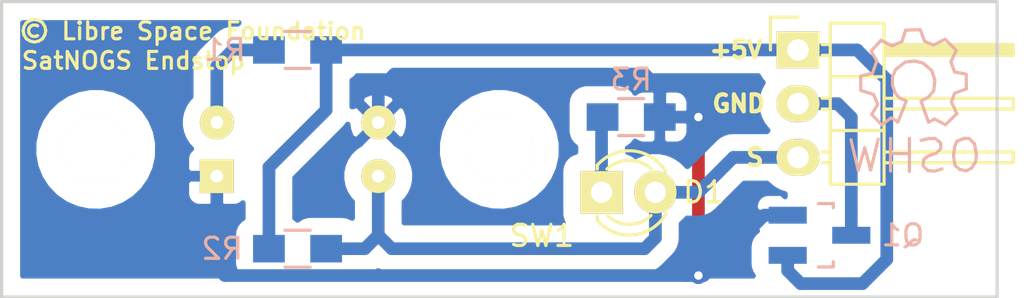
<source format=kicad_pcb>
(kicad_pcb (version 4) (host pcbnew 4.0.2-stable)

  (general
    (links 12)
    (no_connects 0)
    (area 132.004999 96.411 180.547001 114.606143)
    (thickness 1.6)
    (drawings 7)
    (tracks 47)
    (zones 0)
    (modules 8)
    (nets 7)
  )

  (page A4)
  (layers
    (0 F.Cu signal)
    (31 B.Cu signal)
    (32 B.Adhes user)
    (33 F.Adhes user)
    (34 B.Paste user)
    (35 F.Paste user)
    (36 B.SilkS user)
    (37 F.SilkS user)
    (38 B.Mask user)
    (39 F.Mask user)
    (40 Dwgs.User user)
    (41 Cmts.User user)
    (42 Eco1.User user)
    (43 Eco2.User user)
    (44 Edge.Cuts user)
    (45 Margin user)
    (46 B.CrtYd user)
    (47 F.CrtYd user)
    (48 B.Fab user)
    (49 F.Fab user)
  )

  (setup
    (last_trace_width 0.6)
    (trace_clearance 0.2)
    (zone_clearance 0.8)
    (zone_45_only yes)
    (trace_min 0.2)
    (segment_width 0.2)
    (edge_width 0.15)
    (via_size 0.8)
    (via_drill 0.4)
    (via_min_size 0.4)
    (via_min_drill 0.3)
    (blind_buried_vias_allowed yes)
    (uvia_size 0.3)
    (uvia_drill 0.1)
    (uvias_allowed yes)
    (uvia_min_size 0.2)
    (uvia_min_drill 0.1)
    (pcb_text_width 0.3)
    (pcb_text_size 1.5 1.5)
    (mod_edge_width 0.15)
    (mod_text_size 1 1)
    (mod_text_width 0.15)
    (pad_size 1.6 1.6)
    (pad_drill 0.6)
    (pad_to_mask_clearance 0.2)
    (aux_axis_origin 0 0)
    (visible_elements FFFFFF7F)
    (pcbplotparams
      (layerselection 0x01000_80000001)
      (usegerberextensions false)
      (excludeedgelayer true)
      (linewidth 0.100000)
      (plotframeref false)
      (viasonmask false)
      (mode 1)
      (useauxorigin true)
      (hpglpennumber 1)
      (hpglpenspeed 20)
      (hpglpendiameter 15)
      (hpglpenoverlay 2)
      (psnegative false)
      (psa4output false)
      (plotreference true)
      (plotvalue true)
      (plotinvisibletext false)
      (padsonsilk false)
      (subtractmaskfromsilk false)
      (outputformat 1)
      (mirror false)
      (drillshape 0)
      (scaleselection 1)
      (outputdirectory gerber/))
  )

  (net 0 "")
  (net 1 "Net-(D1-Pad1)")
  (net 2 GND)
  (net 3 +5V)
  (net 4 "Net-(R1-Pad2)")
  (net 5 /Signal)
  (net 6 "Net-(P1-Pad2)")

  (net_class Default "This is the default net class."
    (clearance 0.2)
    (trace_width 0.6)
    (via_dia 0.8)
    (via_drill 0.4)
    (uvia_dia 0.3)
    (uvia_drill 0.1)
    (add_net +5V)
    (add_net /Signal)
    (add_net GND)
    (add_net "Net-(D1-Pad1)")
    (add_net "Net-(P1-Pad2)")
    (add_net "Net-(R1-Pad2)")
  )

  (module Resistors_SMD:R_0805_HandSoldering (layer B.Cu) (tedit 55FC2EE1) (tstamp 55BE48CE)
    (at 161.798 103.886)
    (descr "Resistor SMD 0805, hand soldering")
    (tags "resistor 0805")
    (path /55BCD8ED)
    (attr smd)
    (fp_text reference R3 (at 0 -1.778) (layer B.SilkS)
      (effects (font (size 1 1) (thickness 0.15)) (justify mirror))
    )
    (fp_text value 1k (at 0 -2.1) (layer B.SilkS) hide
      (effects (font (size 1 1) (thickness 0.15)) (justify mirror))
    )
    (fp_line (start -2.4 1) (end 2.4 1) (layer B.CrtYd) (width 0.05))
    (fp_line (start -2.4 -1) (end 2.4 -1) (layer B.CrtYd) (width 0.05))
    (fp_line (start -2.4 1) (end -2.4 -1) (layer B.CrtYd) (width 0.05))
    (fp_line (start 2.4 1) (end 2.4 -1) (layer B.CrtYd) (width 0.05))
    (fp_line (start 0.6 -0.875) (end -0.6 -0.875) (layer B.SilkS) (width 0.15))
    (fp_line (start -0.6 0.875) (end 0.6 0.875) (layer B.SilkS) (width 0.15))
    (pad 1 smd rect (at -1.35 0) (size 1.5 1.3) (layers B.Cu B.Paste B.Mask)
      (net 1 "Net-(D1-Pad1)"))
    (pad 2 smd rect (at 1.35 0) (size 1.5 1.3) (layers B.Cu B.Paste B.Mask)
      (net 2 GND))
    (model Resistors_SMD.3dshapes/R_0805_HandSoldering.wrl
      (at (xyz 0 0 0))
      (scale (xyz 1 1 1))
      (rotate (xyz 0 0 0))
    )
  )

  (module LEDs:LED-3MM (layer F.Cu) (tedit 55FC2E94) (tstamp 55BE48B5)
    (at 160.401 107.442)
    (descr "LED 3mm round vertical")
    (tags "LED  3mm round vertical")
    (path /55BCD94A)
    (fp_text reference D1 (at 4.826 0) (layer F.SilkS)
      (effects (font (size 1 1) (thickness 0.15)))
    )
    (fp_text value LED (at 1.3 -2.9) (layer F.SilkS) hide
      (effects (font (size 1 1) (thickness 0.15)))
    )
    (fp_line (start -1.2 2.3) (end 3.8 2.3) (layer F.CrtYd) (width 0.05))
    (fp_line (start 3.8 2.3) (end 3.8 -2.2) (layer F.CrtYd) (width 0.05))
    (fp_line (start 3.8 -2.2) (end -1.2 -2.2) (layer F.CrtYd) (width 0.05))
    (fp_line (start -1.2 -2.2) (end -1.2 2.3) (layer F.CrtYd) (width 0.05))
    (fp_line (start -0.199 1.314) (end -0.199 1.114) (layer F.SilkS) (width 0.15))
    (fp_line (start -0.199 -1.28) (end -0.199 -1.1) (layer F.SilkS) (width 0.15))
    (fp_arc (start 1.301 0.034) (end -0.199 -1.286) (angle 108.5) (layer F.SilkS) (width 0.15))
    (fp_arc (start 1.301 0.034) (end 0.25 -1.1) (angle 85.7) (layer F.SilkS) (width 0.15))
    (fp_arc (start 1.311 0.034) (end 3.051 0.994) (angle 110) (layer F.SilkS) (width 0.15))
    (fp_arc (start 1.301 0.034) (end 2.335 1.094) (angle 87.5) (layer F.SilkS) (width 0.15))
    (fp_text user K (at -1.905 0.635) (layer F.SilkS) hide
      (effects (font (size 1 1) (thickness 0.15)))
    )
    (pad 1 thru_hole rect (at 0 0 90) (size 2 2) (drill 1.00076) (layers *.Cu *.Mask F.SilkS)
      (net 1 "Net-(D1-Pad1)"))
    (pad 2 thru_hole circle (at 2.54 0) (size 2 2) (drill 1.00076) (layers *.Cu *.Mask F.SilkS)
      (net 5 /Signal))
    (model LEDs.3dshapes/LED-3MM.wrl
      (at (xyz 0.05 0 0))
      (scale (xyz 1 1 1))
      (rotate (xyz 0 0 90))
    )
  )

  (module Pin_Headers:Pin_Header_Angled_1x03 (layer F.Cu) (tedit 56C590CD) (tstamp 55BE48BC)
    (at 169.672 100.711)
    (descr "Through hole pin header")
    (tags "pin header")
    (path /55BE41ED)
    (fp_text reference P1 (at -0.635 -2.54) (layer F.SilkS) hide
      (effects (font (size 1 1) (thickness 0.15)))
    )
    (fp_text value CONN_01X03 (at 4.445 -3.175) (layer F.SilkS) hide
      (effects (font (size 1 1) (thickness 0.15)))
    )
    (fp_line (start -1.5 -1.75) (end -1.5 6.85) (layer F.CrtYd) (width 0.05))
    (fp_line (start 10.65 -1.75) (end 10.65 6.85) (layer F.CrtYd) (width 0.05))
    (fp_line (start -1.5 -1.75) (end 10.65 -1.75) (layer F.CrtYd) (width 0.05))
    (fp_line (start -1.5 6.85) (end 10.65 6.85) (layer F.CrtYd) (width 0.05))
    (fp_line (start -1.3 -1.55) (end -1.3 0) (layer F.SilkS) (width 0.15))
    (fp_line (start 0 -1.55) (end -1.3 -1.55) (layer F.SilkS) (width 0.15))
    (fp_line (start 4.191 -0.127) (end 10.033 -0.127) (layer F.SilkS) (width 0.15))
    (fp_line (start 10.033 -0.127) (end 10.033 0.127) (layer F.SilkS) (width 0.15))
    (fp_line (start 10.033 0.127) (end 4.191 0.127) (layer F.SilkS) (width 0.15))
    (fp_line (start 4.191 0.127) (end 4.191 0) (layer F.SilkS) (width 0.15))
    (fp_line (start 4.191 0) (end 10.033 0) (layer F.SilkS) (width 0.15))
    (fp_line (start 1.524 -0.254) (end 1.143 -0.254) (layer F.SilkS) (width 0.15))
    (fp_line (start 1.524 0.254) (end 1.143 0.254) (layer F.SilkS) (width 0.15))
    (fp_line (start 1.524 2.286) (end 1.143 2.286) (layer F.SilkS) (width 0.15))
    (fp_line (start 1.524 2.794) (end 1.143 2.794) (layer F.SilkS) (width 0.15))
    (fp_line (start 1.524 4.826) (end 1.143 4.826) (layer F.SilkS) (width 0.15))
    (fp_line (start 1.524 5.334) (end 1.143 5.334) (layer F.SilkS) (width 0.15))
    (fp_line (start 4.064 1.27) (end 4.064 -1.27) (layer F.SilkS) (width 0.15))
    (fp_line (start 10.16 0.254) (end 4.064 0.254) (layer F.SilkS) (width 0.15))
    (fp_line (start 10.16 -0.254) (end 10.16 0.254) (layer F.SilkS) (width 0.15))
    (fp_line (start 4.064 -0.254) (end 10.16 -0.254) (layer F.SilkS) (width 0.15))
    (fp_line (start 1.524 1.27) (end 4.064 1.27) (layer F.SilkS) (width 0.15))
    (fp_line (start 1.524 -1.27) (end 1.524 1.27) (layer F.SilkS) (width 0.15))
    (fp_line (start 1.524 -1.27) (end 4.064 -1.27) (layer F.SilkS) (width 0.15))
    (fp_line (start 1.524 3.81) (end 4.064 3.81) (layer F.SilkS) (width 0.15))
    (fp_line (start 1.524 3.81) (end 1.524 6.35) (layer F.SilkS) (width 0.15))
    (fp_line (start 4.064 4.826) (end 10.16 4.826) (layer F.SilkS) (width 0.15))
    (fp_line (start 10.16 4.826) (end 10.16 5.334) (layer F.SilkS) (width 0.15))
    (fp_line (start 10.16 5.334) (end 4.064 5.334) (layer F.SilkS) (width 0.15))
    (fp_line (start 4.064 6.35) (end 4.064 3.81) (layer F.SilkS) (width 0.15))
    (fp_line (start 4.064 3.81) (end 4.064 1.27) (layer F.SilkS) (width 0.15))
    (fp_line (start 10.16 2.794) (end 4.064 2.794) (layer F.SilkS) (width 0.15))
    (fp_line (start 10.16 2.286) (end 10.16 2.794) (layer F.SilkS) (width 0.15))
    (fp_line (start 4.064 2.286) (end 10.16 2.286) (layer F.SilkS) (width 0.15))
    (fp_line (start 1.524 3.81) (end 4.064 3.81) (layer F.SilkS) (width 0.15))
    (fp_line (start 1.524 1.27) (end 1.524 3.81) (layer F.SilkS) (width 0.15))
    (fp_line (start 1.524 1.27) (end 4.064 1.27) (layer F.SilkS) (width 0.15))
    (fp_line (start 1.524 6.35) (end 4.064 6.35) (layer F.SilkS) (width 0.15))
    (pad 1 thru_hole rect (at 0 0) (size 2.032 1.7272) (drill 1.016) (layers *.Cu *.Mask F.SilkS)
      (net 3 +5V))
    (pad 2 thru_hole oval (at 0 2.54) (size 2.032 1.7272) (drill 1.016) (layers *.Cu *.Mask F.SilkS)
      (net 6 "Net-(P1-Pad2)"))
    (pad 3 thru_hole oval (at 0 5.08) (size 2.032 1.7272) (drill 1.016) (layers *.Cu *.Mask F.SilkS)
      (net 5 /Signal))
    (model Pin_Headers.3dshapes/Pin_Header_Angled_1x03.wrl
      (at (xyz 0 -0.1 0))
      (scale (xyz 1 1 1))
      (rotate (xyz 0 0 90))
    )
  )

  (module Resistors_SMD:R_0805_HandSoldering (layer B.Cu) (tedit 55FC2ED8) (tstamp 55BE48C2)
    (at 146.05 100.711 180)
    (descr "Resistor SMD 0805, hand soldering")
    (tags "resistor 0805")
    (path /55BCD813)
    (attr smd)
    (fp_text reference R1 (at 3.429 0 180) (layer B.SilkS)
      (effects (font (size 1 1) (thickness 0.15)) (justify mirror))
    )
    (fp_text value 180 (at 0 -2.1 180) (layer B.SilkS) hide
      (effects (font (size 1 1) (thickness 0.15)) (justify mirror))
    )
    (fp_line (start -2.4 1) (end 2.4 1) (layer B.CrtYd) (width 0.05))
    (fp_line (start -2.4 -1) (end 2.4 -1) (layer B.CrtYd) (width 0.05))
    (fp_line (start -2.4 1) (end -2.4 -1) (layer B.CrtYd) (width 0.05))
    (fp_line (start 2.4 1) (end 2.4 -1) (layer B.CrtYd) (width 0.05))
    (fp_line (start 0.6 -0.875) (end -0.6 -0.875) (layer B.SilkS) (width 0.15))
    (fp_line (start -0.6 0.875) (end 0.6 0.875) (layer B.SilkS) (width 0.15))
    (pad 1 smd rect (at -1.35 0 180) (size 1.5 1.3) (layers B.Cu B.Paste B.Mask)
      (net 3 +5V))
    (pad 2 smd rect (at 1.35 0 180) (size 1.5 1.3) (layers B.Cu B.Paste B.Mask)
      (net 4 "Net-(R1-Pad2)"))
    (model Resistors_SMD.3dshapes/R_0805_HandSoldering.wrl
      (at (xyz 0 0 0))
      (scale (xyz 1 1 1))
      (rotate (xyz 0 0 0))
    )
  )

  (module Resistors_SMD:R_0805_HandSoldering (layer B.Cu) (tedit 55FC2EDB) (tstamp 55BE48C8)
    (at 146.05 110.109)
    (descr "Resistor SMD 0805, hand soldering")
    (tags "resistor 0805")
    (path /55BCD89E)
    (attr smd)
    (fp_text reference R2 (at -3.556 0) (layer B.SilkS)
      (effects (font (size 1 1) (thickness 0.15)) (justify mirror))
    )
    (fp_text value 1k5 (at 0 -2.1) (layer B.SilkS) hide
      (effects (font (size 1 1) (thickness 0.15)) (justify mirror))
    )
    (fp_line (start -2.4 1) (end 2.4 1) (layer B.CrtYd) (width 0.05))
    (fp_line (start -2.4 -1) (end 2.4 -1) (layer B.CrtYd) (width 0.05))
    (fp_line (start -2.4 1) (end -2.4 -1) (layer B.CrtYd) (width 0.05))
    (fp_line (start 2.4 1) (end 2.4 -1) (layer B.CrtYd) (width 0.05))
    (fp_line (start 0.6 -0.875) (end -0.6 -0.875) (layer B.SilkS) (width 0.15))
    (fp_line (start -0.6 0.875) (end 0.6 0.875) (layer B.SilkS) (width 0.15))
    (pad 1 smd rect (at -1.35 0) (size 1.5 1.3) (layers B.Cu B.Paste B.Mask)
      (net 3 +5V))
    (pad 2 smd rect (at 1.35 0) (size 1.5 1.3) (layers B.Cu B.Paste B.Mask)
      (net 5 /Signal))
    (model Resistors_SMD.3dshapes/R_0805_HandSoldering.wrl
      (at (xyz 0 0 0))
      (scale (xyz 1 1 1))
      (rotate (xyz 0 0 0))
    )
  )

  (module Symbols:Symbol_OSHW-Logo_SilkScreen (layer B.Cu) (tedit 5703819E) (tstamp 55FC3003)
    (at 175.133 102.235 180)
    (descr "Symbol, OSHW-Logo, Silk Screen,")
    (tags "Symbol, OSHW-Logo, Silk Screen,")
    (fp_text reference "SatNOGS Endstop" (at 36.83 1.016 180) (layer F.SilkS)
      (effects (font (size 0.8 0.8) (thickness 0.15)))
    )
    (fp_text value "© Libre Space Foundation" (at 34.036 2.413 180) (layer F.SilkS)
      (effects (font (size 0.8 0.8) (thickness 0.15)))
    )
    (fp_line (start 1.66878 -2.68986) (end 2.02946 -4.16052) (layer B.SilkS) (width 0.15))
    (fp_line (start 2.02946 -4.16052) (end 2.30886 -3.0988) (layer B.SilkS) (width 0.15))
    (fp_line (start 2.30886 -3.0988) (end 2.61874 -4.17068) (layer B.SilkS) (width 0.15))
    (fp_line (start 2.61874 -4.17068) (end 2.9591 -2.72034) (layer B.SilkS) (width 0.15))
    (fp_line (start 0.24892 -3.38074) (end 1.03886 -3.37058) (layer B.SilkS) (width 0.15))
    (fp_line (start 1.03886 -3.37058) (end 1.04902 -3.38074) (layer B.SilkS) (width 0.15))
    (fp_line (start 1.04902 -3.38074) (end 1.04902 -3.37058) (layer B.SilkS) (width 0.15))
    (fp_line (start 1.08966 -2.65938) (end 1.08966 -4.20116) (layer B.SilkS) (width 0.15))
    (fp_line (start 0.20066 -2.64922) (end 0.20066 -4.21894) (layer B.SilkS) (width 0.15))
    (fp_line (start 0.20066 -4.21894) (end 0.21082 -4.20878) (layer B.SilkS) (width 0.15))
    (fp_line (start -0.35052 -2.75082) (end -0.70104 -2.66954) (layer B.SilkS) (width 0.15))
    (fp_line (start -0.70104 -2.66954) (end -1.02108 -2.65938) (layer B.SilkS) (width 0.15))
    (fp_line (start -1.02108 -2.65938) (end -1.25984 -2.86004) (layer B.SilkS) (width 0.15))
    (fp_line (start -1.25984 -2.86004) (end -1.29032 -3.12928) (layer B.SilkS) (width 0.15))
    (fp_line (start -1.29032 -3.12928) (end -1.04902 -3.37058) (layer B.SilkS) (width 0.15))
    (fp_line (start -1.04902 -3.37058) (end -0.6604 -3.50012) (layer B.SilkS) (width 0.15))
    (fp_line (start -0.6604 -3.50012) (end -0.48006 -3.66014) (layer B.SilkS) (width 0.15))
    (fp_line (start -0.48006 -3.66014) (end -0.43942 -3.95986) (layer B.SilkS) (width 0.15))
    (fp_line (start -0.43942 -3.95986) (end -0.67056 -4.18084) (layer B.SilkS) (width 0.15))
    (fp_line (start -0.67056 -4.18084) (end -0.9906 -4.20878) (layer B.SilkS) (width 0.15))
    (fp_line (start -0.9906 -4.20878) (end -1.34112 -4.09956) (layer B.SilkS) (width 0.15))
    (fp_line (start -2.37998 -2.64922) (end -2.6289 -2.66954) (layer B.SilkS) (width 0.15))
    (fp_line (start -2.6289 -2.66954) (end -2.8702 -2.91084) (layer B.SilkS) (width 0.15))
    (fp_line (start -2.8702 -2.91084) (end -2.9591 -3.40106) (layer B.SilkS) (width 0.15))
    (fp_line (start -2.9591 -3.40106) (end -2.93116 -3.74904) (layer B.SilkS) (width 0.15))
    (fp_line (start -2.93116 -3.74904) (end -2.7305 -4.06908) (layer B.SilkS) (width 0.15))
    (fp_line (start -2.7305 -4.06908) (end -2.47904 -4.191) (layer B.SilkS) (width 0.15))
    (fp_line (start -2.47904 -4.191) (end -2.16916 -4.11988) (layer B.SilkS) (width 0.15))
    (fp_line (start -2.16916 -4.11988) (end -1.95072 -3.93954) (layer B.SilkS) (width 0.15))
    (fp_line (start -1.95072 -3.93954) (end -1.8796 -3.4798) (layer B.SilkS) (width 0.15))
    (fp_line (start -1.8796 -3.4798) (end -1.9304 -3.07086) (layer B.SilkS) (width 0.15))
    (fp_line (start -1.9304 -3.07086) (end -2.03962 -2.78892) (layer B.SilkS) (width 0.15))
    (fp_line (start -2.03962 -2.78892) (end -2.4003 -2.65938) (layer B.SilkS) (width 0.15))
    (fp_line (start -1.78054 -0.92964) (end -2.03962 -1.49098) (layer B.SilkS) (width 0.15))
    (fp_line (start -2.03962 -1.49098) (end -1.50114 -2.00914) (layer B.SilkS) (width 0.15))
    (fp_line (start -1.50114 -2.00914) (end -0.98044 -1.7399) (layer B.SilkS) (width 0.15))
    (fp_line (start -0.98044 -1.7399) (end -0.70104 -1.89992) (layer B.SilkS) (width 0.15))
    (fp_line (start 0.73914 -1.8796) (end 1.06934 -1.6891) (layer B.SilkS) (width 0.15))
    (fp_line (start 1.06934 -1.6891) (end 1.50876 -2.0193) (layer B.SilkS) (width 0.15))
    (fp_line (start 1.50876 -2.0193) (end 1.9812 -1.52908) (layer B.SilkS) (width 0.15))
    (fp_line (start 1.9812 -1.52908) (end 1.69926 -1.04902) (layer B.SilkS) (width 0.15))
    (fp_line (start 1.69926 -1.04902) (end 1.88976 -0.57912) (layer B.SilkS) (width 0.15))
    (fp_line (start 1.88976 -0.57912) (end 2.49936 -0.39116) (layer B.SilkS) (width 0.15))
    (fp_line (start 2.49936 -0.39116) (end 2.49936 0.28956) (layer B.SilkS) (width 0.15))
    (fp_line (start 2.49936 0.28956) (end 1.94056 0.42926) (layer B.SilkS) (width 0.15))
    (fp_line (start 1.94056 0.42926) (end 1.7399 1.00076) (layer B.SilkS) (width 0.15))
    (fp_line (start 1.7399 1.00076) (end 2.00914 1.47066) (layer B.SilkS) (width 0.15))
    (fp_line (start 2.00914 1.47066) (end 1.53924 1.9812) (layer B.SilkS) (width 0.15))
    (fp_line (start 1.53924 1.9812) (end 1.02108 1.71958) (layer B.SilkS) (width 0.15))
    (fp_line (start 1.02108 1.71958) (end 0.55118 1.92024) (layer B.SilkS) (width 0.15))
    (fp_line (start 0.55118 1.92024) (end 0.381 2.46126) (layer B.SilkS) (width 0.15))
    (fp_line (start 0.381 2.46126) (end -0.30988 2.47904) (layer B.SilkS) (width 0.15))
    (fp_line (start -0.30988 2.47904) (end -0.5207 1.9304) (layer B.SilkS) (width 0.15))
    (fp_line (start -0.5207 1.9304) (end -0.9398 1.76022) (layer B.SilkS) (width 0.15))
    (fp_line (start -0.9398 1.76022) (end -1.49098 2.02946) (layer B.SilkS) (width 0.15))
    (fp_line (start -1.49098 2.02946) (end -2.00914 1.50114) (layer B.SilkS) (width 0.15))
    (fp_line (start -2.00914 1.50114) (end -1.76022 0.96012) (layer B.SilkS) (width 0.15))
    (fp_line (start -1.76022 0.96012) (end -1.9304 0.48006) (layer B.SilkS) (width 0.15))
    (fp_line (start -1.9304 0.48006) (end -2.47904 0.381) (layer B.SilkS) (width 0.15))
    (fp_line (start -2.47904 0.381) (end -2.4892 -0.32004) (layer B.SilkS) (width 0.15))
    (fp_line (start -2.4892 -0.32004) (end -1.9304 -0.5207) (layer B.SilkS) (width 0.15))
    (fp_line (start -1.9304 -0.5207) (end -1.7907 -0.91948) (layer B.SilkS) (width 0.15))
    (fp_line (start 0.35052 -0.89916) (end 0.65024 -0.7493) (layer B.SilkS) (width 0.15))
    (fp_line (start 0.65024 -0.7493) (end 0.8509 -0.55118) (layer B.SilkS) (width 0.15))
    (fp_line (start 0.8509 -0.55118) (end 1.00076 -0.14986) (layer B.SilkS) (width 0.15))
    (fp_line (start 1.00076 -0.14986) (end 1.00076 0.24892) (layer B.SilkS) (width 0.15))
    (fp_line (start 1.00076 0.24892) (end 0.8509 0.59944) (layer B.SilkS) (width 0.15))
    (fp_line (start 0.8509 0.59944) (end 0.39878 0.94996) (layer B.SilkS) (width 0.15))
    (fp_line (start 0.39878 0.94996) (end -0.0508 1.00076) (layer B.SilkS) (width 0.15))
    (fp_line (start -0.0508 1.00076) (end -0.44958 0.89916) (layer B.SilkS) (width 0.15))
    (fp_line (start -0.44958 0.89916) (end -0.8509 0.55118) (layer B.SilkS) (width 0.15))
    (fp_line (start -0.8509 0.55118) (end -1.00076 0.09906) (layer B.SilkS) (width 0.15))
    (fp_line (start -1.00076 0.09906) (end -0.94996 -0.39878) (layer B.SilkS) (width 0.15))
    (fp_line (start -0.94996 -0.39878) (end -0.70104 -0.70104) (layer B.SilkS) (width 0.15))
    (fp_line (start -0.70104 -0.70104) (end -0.35052 -0.89916) (layer B.SilkS) (width 0.15))
    (fp_line (start -0.35052 -0.89916) (end -0.70104 -1.89992) (layer B.SilkS) (width 0.15))
    (fp_line (start 0.35052 -0.89916) (end 0.7493 -1.89992) (layer B.SilkS) (width 0.15))
  )

  (module TO_SOT_Packages_SMD:SOT-23_Handsoldering (layer B.Cu) (tedit 57037EF0) (tstamp 57037C5D)
    (at 170.688 109.474 90)
    (descr "SOT-23, Handsoldering")
    (tags SOT-23)
    (path /5703748F)
    (attr smd)
    (fp_text reference Q1 (at 0 3.937 360) (layer B.SilkS)
      (effects (font (size 1 1) (thickness 0.15)) (justify mirror))
    )
    (fp_text value Q_NMOS_GSD (at 0 -3.81 90) (layer B.Fab) hide
      (effects (font (size 1 1) (thickness 0.15)) (justify mirror))
    )
    (fp_line (start -1.49982 -0.0508) (end -1.49982 0.65024) (layer B.SilkS) (width 0.15))
    (fp_line (start -1.49982 0.65024) (end -1.2509 0.65024) (layer B.SilkS) (width 0.15))
    (fp_line (start 1.29916 0.65024) (end 1.49982 0.65024) (layer B.SilkS) (width 0.15))
    (fp_line (start 1.49982 0.65024) (end 1.49982 -0.0508) (layer B.SilkS) (width 0.15))
    (pad 1 smd rect (at -0.95 -1.50114 90) (size 0.8001 1.80086) (layers B.Cu B.Paste B.Mask)
      (net 3 +5V))
    (pad 2 smd rect (at 0.95 -1.50114 90) (size 0.8001 1.80086) (layers B.Cu B.Paste B.Mask)
      (net 2 GND))
    (pad 3 smd rect (at 0 1.50114 90) (size 0.8001 1.80086) (layers B.Cu B.Paste B.Mask)
      (net 6 "Net-(P1-Pad2)"))
    (model TO_SOT_Packages_SMD.3dshapes/SOT-23_Handsoldering.wrl
      (at (xyz 0 0 0))
      (scale (xyz 1 1 1))
      (rotate (xyz 0 0 0))
    )
  )

  (module satnogs:TCST2103 (layer F.Cu) (tedit 57082576) (tstamp 55BE48D6)
    (at 146.05 105.41)
    (path /55BCD149)
    (fp_text reference SW1 (at 11.53 4.09) (layer F.SilkS)
      (effects (font (size 1 1) (thickness 0.15)))
    )
    (fp_text value TCST2103 (at -8.89 -5.08) (layer F.Fab) hide
      (effects (font (size 1 1) (thickness 0.15)))
    )
    (fp_circle (center -9.525 0) (end -11.175 0) (layer Dwgs.User) (width 0.15))
    (fp_circle (center 9.525 0) (end 11.175 0) (layer Dwgs.User) (width 0.15))
    (fp_line (start -1.5875 -3.1115) (end -1.5875 3.175) (layer F.CrtYd) (width 0.15))
    (fp_line (start 1.5875 -3.1115) (end 1.5875 3.175) (layer F.CrtYd) (width 0.15))
    (fp_line (start -5.969 -3.1115) (end -5.969 3.175) (layer F.CrtYd) (width 0.15))
    (fp_line (start 5.969 0) (end 5.969 3.175) (layer F.CrtYd) (width 0.15))
    (fp_line (start 5.969 0) (end 5.969 -3.1115) (layer F.CrtYd) (width 0.15))
    (fp_line (start -12.7 -3.175) (end -12.7 3.175) (layer F.CrtYd) (width 0.15))
    (fp_line (start 12.7 -3.175) (end 12.7 3.175) (layer F.CrtYd) (width 0.15))
    (fp_line (start 12.7 3.175) (end -12.7 3.175) (layer F.CrtYd) (width 0.15))
    (fp_line (start -12.7 -3.175) (end 12.7 -3.175) (layer F.CrtYd) (width 0.15))
    (pad 1 thru_hole circle (at -3.81 -1.27) (size 1.6 1.6) (drill 0.6) (layers *.Cu *.Mask F.SilkS)
      (net 4 "Net-(R1-Pad2)"))
    (pad 2 thru_hole rect (at -3.81 1.27) (size 1.6 1.6) (drill 0.6) (layers *.Cu *.Mask F.SilkS)
      (net 2 GND))
    (pad 3 thru_hole circle (at 3.81 1.27) (size 1.6 1.6) (drill 0.6) (layers *.Cu *.Mask F.SilkS)
      (net 5 /Signal))
    (pad 4 thru_hole circle (at 3.81 -1.27) (size 1.6 1.6) (drill 0.6) (layers *.Cu *.Mask F.SilkS)
      (net 2 GND))
    (pad "" np_thru_hole circle (at 9.525 0) (size 3.2 3.2) (drill 3.2) (layers *.Cu *.Mask F.SilkS))
    (pad "" np_thru_hole circle (at -9.525 0) (size 3.2 3.2) (drill 3.2) (layers *.Cu *.Mask F.SilkS))
    (model ../../../../../home/azisi/Documents/SatNOGS/satnogs-rotator-controller/PCB/library/satnogs.3dshapes/TCST2103.wrl
      (at (xyz 0 0 0))
      (scale (xyz 0.3937 0.3937 0.3937))
      (rotate (xyz 0 0 0))
    )
  )

  (gr_text "GND\n" (at 166.878 103.251) (layer F.SilkS)
    (effects (font (size 0.8 0.8) (thickness 0.2)))
  )
  (gr_text S (at 167.64 105.791) (layer F.SilkS)
    (effects (font (size 0.8 0.8) (thickness 0.2)))
  )
  (gr_text +5V (at 166.751 100.711) (layer F.SilkS)
    (effects (font (size 0.8 0.8) (thickness 0.2)))
  )
  (gr_line (start 179.07 98.425) (end 132.08 98.425) (angle 90) (layer Edge.Cuts) (width 0.15))
  (gr_line (start 179.07 112.395) (end 179.07 98.425) (angle 90) (layer Edge.Cuts) (width 0.15))
  (gr_line (start 132.08 112.395) (end 179.07 112.395) (angle 90) (layer Edge.Cuts) (width 0.15))
  (gr_line (start 132.08 98.425) (end 132.08 112.395) (angle 90) (layer Edge.Cuts) (width 0.15))

  (segment (start 160.401 107.442) (end 160.401 103.933) (width 0.6) (layer B.Cu) (net 1))
  (segment (start 160.401 103.933) (end 160.448 103.886) (width 0.6) (layer B.Cu) (net 1))
  (segment (start 169.18686 108.524) (end 168.082 108.524) (width 0.6) (layer B.Cu) (net 2))
  (segment (start 165.226996 111.379004) (end 164.973 111.379004) (width 0.6) (layer B.Cu) (net 2))
  (segment (start 168.082 108.524) (end 165.226996 111.379004) (width 0.6) (layer B.Cu) (net 2))
  (segment (start 164.407315 111.379004) (end 164.973 111.379004) (width 0.6) (layer B.Cu) (net 2))
  (segment (start 142.621004 111.379004) (end 164.407315 111.379004) (width 0.6) (layer B.Cu) (net 2))
  (segment (start 142.24 106.68) (end 142.24 110.998) (width 0.6) (layer B.Cu) (net 2))
  (via (at 164.973 111.379004) (size 0.8) (drill 0.4) (layers F.Cu B.Cu) (net 2))
  (segment (start 142.24 110.998) (end 142.621004 111.379004) (width 0.6) (layer B.Cu) (net 2))
  (segment (start 164.973 103.886) (end 164.973 111.379004) (width 0.6) (layer F.Cu) (net 2))
  (segment (start 164.498 103.886) (end 164.973 103.886) (width 0.6) (layer B.Cu) (net 2))
  (via (at 164.973 103.886) (size 0.8) (drill 0.4) (layers F.Cu B.Cu) (net 2))
  (segment (start 163.148 103.886) (end 164.498 103.886) (width 0.6) (layer B.Cu) (net 2))
  (segment (start 149.86 104.14) (end 149.86 102.616) (width 0.6) (layer B.Cu) (net 2))
  (segment (start 149.86 102.616) (end 150.622 101.854) (width 0.6) (layer B.Cu) (net 2))
  (segment (start 150.622 101.854) (end 162.433 101.854) (width 0.6) (layer B.Cu) (net 2))
  (segment (start 162.433 101.854) (end 163.148 102.569) (width 0.6) (layer B.Cu) (net 2))
  (segment (start 163.148 102.569) (end 163.148 103.886) (width 0.6) (layer B.Cu) (net 2))
  (segment (start 147.4 100.711) (end 169.672 100.711) (width 0.6) (layer B.Cu) (net 3))
  (segment (start 172.466 100.711) (end 169.672 100.711) (width 0.6) (layer B.Cu) (net 3))
  (segment (start 169.18686 110.424) (end 169.18686 111.14786) (width 0.6) (layer B.Cu) (net 3))
  (segment (start 169.18686 111.14786) (end 169.799 111.76) (width 0.6) (layer B.Cu) (net 3))
  (segment (start 169.799 111.76) (end 172.72 111.76) (width 0.6) (layer B.Cu) (net 3))
  (segment (start 172.72 111.76) (end 173.863 110.617) (width 0.6) (layer B.Cu) (net 3))
  (segment (start 173.863 102.108) (end 172.466 100.711) (width 0.6) (layer B.Cu) (net 3))
  (segment (start 173.863 110.617) (end 173.863 102.108) (width 0.6) (layer B.Cu) (net 3))
  (segment (start 144.7 110.109) (end 144.7 106.252) (width 0.6) (layer B.Cu) (net 3))
  (segment (start 144.7 106.252) (end 147.4 103.552) (width 0.6) (layer B.Cu) (net 3))
  (segment (start 147.4 103.552) (end 147.4 100.711) (width 0.6) (layer B.Cu) (net 3))
  (segment (start 142.24 101.473) (end 143.002 100.711) (width 0.6) (layer B.Cu) (net 4))
  (segment (start 143.002 100.711) (end 144.7 100.711) (width 0.6) (layer B.Cu) (net 4))
  (segment (start 142.24 104.14) (end 142.24 101.473) (width 0.6) (layer B.Cu) (net 4))
  (segment (start 149.86 109.474) (end 150.495 110.109) (width 0.6) (layer B.Cu) (net 5))
  (segment (start 150.495 110.109) (end 162.433 110.109) (width 0.6) (layer B.Cu) (net 5))
  (segment (start 162.433 110.109) (end 162.941 109.601) (width 0.6) (layer B.Cu) (net 5))
  (segment (start 162.941 109.601) (end 162.941 107.442) (width 0.6) (layer B.Cu) (net 5))
  (segment (start 166.624 105.791) (end 169.672 105.791) (width 0.6) (layer B.Cu) (net 5))
  (segment (start 166.624 105.791) (end 164.973 107.442) (width 0.6) (layer B.Cu) (net 5))
  (segment (start 164.973 107.442) (end 162.941 107.442) (width 0.6) (layer B.Cu) (net 5))
  (segment (start 149.86 106.68) (end 149.86 109.474) (width 0.6) (layer B.Cu) (net 5))
  (segment (start 149.86 109.474) (end 149.225 110.109) (width 0.6) (layer B.Cu) (net 5))
  (segment (start 149.225 110.109) (end 147.4 110.109) (width 0.6) (layer B.Cu) (net 5))
  (segment (start 169.672 103.251) (end 171.542 103.251) (width 0.6) (layer B.Cu) (net 6))
  (segment (start 171.542 103.251) (end 172.18914 103.89814) (width 0.6) (layer B.Cu) (net 6))
  (segment (start 172.18914 103.89814) (end 172.18914 108.47395) (width 0.6) (layer B.Cu) (net 6))
  (segment (start 172.18914 108.47395) (end 172.18914 109.474) (width 0.6) (layer B.Cu) (net 6))

  (zone (net 2) (net_name GND) (layer B.Cu) (tstamp 55F2973E) (hatch edge 0.508)
    (connect_pads (clearance 0.8))
    (min_thickness 0.254)
    (fill yes (arc_segments 32) (thermal_gap 0.508) (thermal_bridge_width 0.508) (smoothing chamfer) (radius 1))
    (polygon
      (pts
        (xy 179.07 112.395) (xy 132.08 112.395) (xy 132.08 98.425) (xy 179.07 98.425) (xy 179.07 112.395)
      )
    )
    (filled_polygon
      (pts
        (xy 143.230044 99.484) (xy 143.002 99.484) (xy 142.889224 99.495058) (xy 142.776292 99.504938) (xy 142.770095 99.506738)
        (xy 142.763674 99.507368) (xy 142.655168 99.540128) (xy 142.546332 99.571748) (xy 142.540604 99.574717) (xy 142.534427 99.576582)
        (xy 142.434377 99.62978) (xy 142.333728 99.681951) (xy 142.328683 99.685979) (xy 142.322989 99.689006) (xy 142.2352 99.760605)
        (xy 142.146579 99.83135) (xy 142.137596 99.840209) (xy 142.137414 99.840357) (xy 142.137275 99.840525) (xy 142.13438 99.84338)
        (xy 141.37238 100.60538) (xy 141.300458 100.692939) (xy 141.227586 100.779785) (xy 141.224476 100.785441) (xy 141.220382 100.790426)
        (xy 141.166824 100.89031) (xy 141.112221 100.989633) (xy 141.110271 100.995782) (xy 141.107221 101.001469) (xy 141.074088 101.109843)
        (xy 141.039813 101.217892) (xy 141.039093 101.224307) (xy 141.037208 101.230474) (xy 141.025758 101.343197) (xy 141.01312 101.455868)
        (xy 141.013032 101.468484) (xy 141.013008 101.468717) (xy 141.013028 101.468934) (xy 141.013 101.473) (xy 141.013 102.924296)
        (xy 140.91064 103.024535) (xy 140.719296 103.303986) (xy 140.585875 103.615281) (xy 140.515459 103.946562) (xy 140.51073 104.285211)
        (xy 140.571869 104.618329) (xy 140.696546 104.933228) (xy 140.880013 105.217913) (xy 141.039988 105.383571) (xy 141.035211 105.386763)
        (xy 140.946763 105.475211) (xy 140.87727 105.579215) (xy 140.829403 105.694777) (xy 140.805 105.817458) (xy 140.805 106.39425)
        (xy 140.96375 106.553) (xy 142.113 106.553) (xy 142.113 106.533) (xy 142.367 106.533) (xy 142.367 106.553)
        (xy 142.387 106.553) (xy 142.387 106.807) (xy 142.367 106.807) (xy 142.367 107.95625) (xy 142.52575 108.115)
        (xy 143.102542 108.115) (xy 143.225223 108.090597) (xy 143.340785 108.04273) (xy 143.444789 107.973237) (xy 143.473 107.945026)
        (xy 143.473 108.668881) (xy 143.33313 108.761049) (xy 143.163108 108.960537) (xy 143.055393 109.199494) (xy 143.018515 109.459)
        (xy 143.018515 110.759) (xy 143.030287 110.906621) (xy 143.107825 111.157003) (xy 143.252049 111.37587) (xy 143.272148 111.393)
        (xy 133.082 111.393) (xy 133.082 105.65611) (xy 133.594152 105.65611) (xy 133.697773 106.220694) (xy 133.909081 106.7544)
        (xy 134.22003 107.236897) (xy 134.618774 107.649808) (xy 135.090125 107.977406) (xy 135.616131 108.207212) (xy 136.176755 108.330473)
        (xy 136.750643 108.342495) (xy 137.315937 108.242818) (xy 137.851104 108.03524) (xy 138.335761 107.727668) (xy 138.751446 107.331817)
        (xy 139.009677 106.96575) (xy 140.805 106.96575) (xy 140.805 107.542542) (xy 140.829403 107.665223) (xy 140.87727 107.780785)
        (xy 140.946763 107.884789) (xy 141.035211 107.973237) (xy 141.139215 108.04273) (xy 141.254777 108.090597) (xy 141.377458 108.115)
        (xy 141.95425 108.115) (xy 142.113 107.95625) (xy 142.113 106.807) (xy 140.96375 106.807) (xy 140.805 106.96575)
        (xy 139.009677 106.96575) (xy 139.082326 106.862764) (xy 139.315799 106.338375) (xy 139.442971 105.778625) (xy 139.452126 105.122993)
        (xy 139.340633 104.55991) (xy 139.121893 104.029208) (xy 138.804238 103.551099) (xy 138.399768 103.143795) (xy 137.923888 102.82281)
        (xy 137.394726 102.600371) (xy 136.832435 102.484949) (xy 136.258435 102.480942) (xy 135.694588 102.588501) (xy 135.162371 102.803531)
        (xy 134.682056 103.11784) (xy 134.271938 103.519457) (xy 133.947639 103.993084) (xy 133.721511 104.520681) (xy 133.602167 105.082152)
        (xy 133.594152 105.65611) (xy 133.082 105.65611) (xy 133.082 99.427) (xy 143.278625 99.427)
      )
    )
    (filled_polygon
      (pts
        (xy 168.230864 107.043817) (xy 168.498569 107.268448) (xy 168.804807 107.436804) (xy 169.059858 107.517711) (xy 169.059858 107.647698)
        (xy 168.90111 107.48895) (xy 168.223888 107.48895) (xy 168.101207 107.513353) (xy 167.985645 107.56122) (xy 167.881641 107.630713)
        (xy 167.793193 107.719161) (xy 167.7237 107.823165) (xy 167.675833 107.938727) (xy 167.65143 108.061408) (xy 167.65143 108.23825)
        (xy 167.81018 108.397) (xy 169.05986 108.397) (xy 169.05986 108.377) (xy 169.31386 108.377) (xy 169.31386 108.397)
        (xy 169.33386 108.397) (xy 169.33386 108.651) (xy 169.31386 108.651) (xy 169.31386 108.671) (xy 169.05986 108.671)
        (xy 169.05986 108.651) (xy 167.81018 108.651) (xy 167.65143 108.80975) (xy 167.65143 108.986592) (xy 167.675833 109.109273)
        (xy 167.7237 109.224835) (xy 167.754081 109.270303) (xy 167.66956 109.325999) (xy 167.499538 109.525487) (xy 167.391823 109.764444)
        (xy 167.354945 110.02395) (xy 167.354945 110.82405) (xy 167.366717 110.971671) (xy 167.444255 111.222053) (xy 167.556902 111.393)
        (xy 148.821375 111.393) (xy 148.869956 111.336) (xy 149.225 111.336) (xy 149.337776 111.324942) (xy 149.450708 111.315062)
        (xy 149.456905 111.313262) (xy 149.463326 111.312632) (xy 149.571832 111.279872) (xy 149.680668 111.248252) (xy 149.686396 111.245283)
        (xy 149.692573 111.243418) (xy 149.792623 111.19022) (xy 149.861107 111.154722) (xy 149.91233 111.182187) (xy 150.011633 111.236779)
        (xy 150.017784 111.23873) (xy 150.02347 111.241779) (xy 150.131817 111.274904) (xy 150.239892 111.309187) (xy 150.246308 111.309907)
        (xy 150.252475 111.311792) (xy 150.365192 111.323242) (xy 150.477868 111.33588) (xy 150.490484 111.335968) (xy 150.490717 111.335992)
        (xy 150.490934 111.335972) (xy 150.495 111.336) (xy 162.433 111.336) (xy 162.545776 111.324942) (xy 162.658708 111.315062)
        (xy 162.664905 111.313262) (xy 162.671326 111.312632) (xy 162.779832 111.279872) (xy 162.888668 111.248252) (xy 162.894396 111.245283)
        (xy 162.900573 111.243418) (xy 163.000623 111.19022) (xy 163.101272 111.138049) (xy 163.106317 111.134021) (xy 163.112011 111.130994)
        (xy 163.19983 111.059371) (xy 163.288421 110.988649) (xy 163.297403 110.979793) (xy 163.297586 110.979643) (xy 163.297726 110.979473)
        (xy 163.30062 110.97662) (xy 163.80862 110.46862) (xy 163.88056 110.381039) (xy 163.953414 110.294215) (xy 163.956522 110.288561)
        (xy 163.960618 110.283575) (xy 164.014168 110.183704) (xy 164.068779 110.084367) (xy 164.070731 110.078214) (xy 164.073778 110.072531)
        (xy 164.106897 109.964202) (xy 164.141187 109.856108) (xy 164.141907 109.849693) (xy 164.143792 109.843526) (xy 164.155244 109.730785)
        (xy 164.16788 109.618132) (xy 164.167968 109.605516) (xy 164.167992 109.605283) (xy 164.167972 109.605066) (xy 164.168 109.601)
        (xy 164.168 108.934628) (xy 164.406788 108.707234) (xy 164.433759 108.669) (xy 164.973 108.669) (xy 165.085776 108.657942)
        (xy 165.198708 108.648062) (xy 165.204905 108.646262) (xy 165.211326 108.645632) (xy 165.319832 108.612872) (xy 165.428668 108.581252)
        (xy 165.434396 108.578283) (xy 165.440573 108.576418) (xy 165.540623 108.52322) (xy 165.641272 108.471049) (xy 165.646317 108.467021)
        (xy 165.652011 108.463994) (xy 165.73983 108.392371) (xy 165.828421 108.321649) (xy 165.837403 108.312793) (xy 165.837586 108.312643)
        (xy 165.837726 108.312473) (xy 165.84062 108.30962) (xy 167.13224 107.018) (xy 168.210107 107.018)
      )
    )
    (filled_polygon
      (pts
        (xy 167.813825 101.972603) (xy 167.958049 102.19147) (xy 168.025996 102.24938) (xy 168.025724 102.249709) (xy 167.859511 102.557115)
        (xy 167.756172 102.89095) (xy 167.719643 103.238499) (xy 167.751315 103.586525) (xy 167.849984 103.921771) (xy 168.011889 104.231467)
        (xy 168.230864 104.503817) (xy 168.249595 104.519534) (xy 168.248481 104.520443) (xy 168.212447 104.564) (xy 166.624 104.564)
        (xy 166.51122 104.575058) (xy 166.398293 104.584938) (xy 166.392096 104.586738) (xy 166.385674 104.587368) (xy 166.277202 104.620118)
        (xy 166.168332 104.651747) (xy 166.1626 104.654718) (xy 166.156427 104.656582) (xy 166.056392 104.709772) (xy 165.955729 104.761951)
        (xy 165.950686 104.765977) (xy 165.944989 104.769006) (xy 165.857178 104.840622) (xy 165.768579 104.91135) (xy 165.759596 104.920209)
        (xy 165.759414 104.920357) (xy 165.759275 104.920525) (xy 165.75638 104.92338) (xy 164.46476 106.215) (xy 164.43838 106.215)
        (xy 164.175259 105.950037) (xy 163.861963 105.738715) (xy 163.513587 105.592272) (xy 163.143401 105.516283) (xy 162.765506 105.513645)
        (xy 162.394295 105.584457) (xy 162.043909 105.726023) (xy 162.009266 105.748692) (xy 161.899463 105.655108) (xy 161.660506 105.547393)
        (xy 161.628 105.542774) (xy 161.628 105.35709) (xy 161.81487 105.233951) (xy 161.984892 105.034463) (xy 161.989101 105.025127)
        (xy 161.993211 105.029237) (xy 162.097215 105.09873) (xy 162.212777 105.146597) (xy 162.335458 105.171) (xy 162.86225 105.171)
        (xy 163.021 105.01225) (xy 163.021 104.013) (xy 163.275 104.013) (xy 163.275 105.01225) (xy 163.43375 105.171)
        (xy 163.960542 105.171) (xy 164.083223 105.146597) (xy 164.198785 105.09873) (xy 164.302789 105.029237) (xy 164.391237 104.940789)
        (xy 164.46073 104.836785) (xy 164.508597 104.721223) (xy 164.533 104.598542) (xy 164.533 104.17175) (xy 164.37425 104.013)
        (xy 163.275 104.013) (xy 163.021 104.013) (xy 163.001 104.013) (xy 163.001 103.759) (xy 163.021 103.759)
        (xy 163.021 102.75975) (xy 163.275 102.75975) (xy 163.275 103.759) (xy 164.37425 103.759) (xy 164.533 103.60025)
        (xy 164.533 103.173458) (xy 164.508597 103.050777) (xy 164.46073 102.935215) (xy 164.391237 102.831211) (xy 164.302789 102.742763)
        (xy 164.198785 102.67327) (xy 164.083223 102.625403) (xy 163.960542 102.601) (xy 163.43375 102.601) (xy 163.275 102.75975)
        (xy 163.021 102.75975) (xy 162.86225 102.601) (xy 162.335458 102.601) (xy 162.212777 102.625403) (xy 162.097215 102.67327)
        (xy 161.993211 102.742763) (xy 161.983692 102.752282) (xy 161.895951 102.61913) (xy 161.696463 102.449108) (xy 161.457506 102.341393)
        (xy 161.198 102.304515) (xy 159.698 102.304515) (xy 159.550379 102.316287) (xy 159.299997 102.393825) (xy 159.08113 102.538049)
        (xy 158.911108 102.737537) (xy 158.803393 102.976494) (xy 158.766515 103.236) (xy 158.766515 104.536) (xy 158.778287 104.683621)
        (xy 158.855825 104.934003) (xy 159.000049 105.15287) (xy 159.174 105.301127) (xy 159.174 105.546869) (xy 159.002997 105.599825)
        (xy 158.78413 105.744049) (xy 158.614108 105.943537) (xy 158.506393 106.182494) (xy 158.469515 106.442) (xy 158.469515 108.442)
        (xy 158.481287 108.589621) (xy 158.558825 108.840003) (xy 158.586499 108.882) (xy 151.087 108.882) (xy 151.087 107.896438)
        (xy 151.173656 107.813917) (xy 151.368883 107.537165) (xy 151.506638 107.227763) (xy 151.581672 106.897498) (xy 151.587074 106.510659)
        (xy 151.52129 106.178427) (xy 151.392228 105.8653) (xy 151.253244 105.65611) (xy 152.644152 105.65611) (xy 152.747773 106.220694)
        (xy 152.959081 106.7544) (xy 153.27003 107.236897) (xy 153.668774 107.649808) (xy 154.140125 107.977406) (xy 154.666131 108.207212)
        (xy 155.226755 108.330473) (xy 155.800643 108.342495) (xy 156.365937 108.242818) (xy 156.901104 108.03524) (xy 157.385761 107.727668)
        (xy 157.801446 107.331817) (xy 158.132326 106.862764) (xy 158.365799 106.338375) (xy 158.492971 105.778625) (xy 158.502126 105.122993)
        (xy 158.390633 104.55991) (xy 158.171893 104.029208) (xy 157.854238 103.551099) (xy 157.449768 103.143795) (xy 156.973888 102.82281)
        (xy 156.444726 102.600371) (xy 155.882435 102.484949) (xy 155.308435 102.480942) (xy 154.744588 102.588501) (xy 154.212371 102.803531)
        (xy 153.732056 103.11784) (xy 153.321938 103.519457) (xy 152.997639 103.993084) (xy 152.771511 104.520681) (xy 152.652167 105.082152)
        (xy 152.644152 105.65611) (xy 151.253244 105.65611) (xy 151.204805 105.583204) (xy 150.966158 105.342885) (xy 150.685377 105.153497)
        (xy 150.669014 105.146618) (xy 150.673097 105.132702) (xy 149.86 104.319605) (xy 149.046903 105.132702) (xy 149.050689 105.145607)
        (xy 148.772619 105.327571) (xy 148.53064 105.564535) (xy 148.339296 105.843986) (xy 148.205875 106.155281) (xy 148.135459 106.486562)
        (xy 148.13073 106.825211) (xy 148.191869 107.158329) (xy 148.316546 107.473228) (xy 148.500013 107.757913) (xy 148.633 107.895625)
        (xy 148.633 108.665138) (xy 148.409506 108.564393) (xy 148.15 108.527515) (xy 146.65 108.527515) (xy 146.502379 108.539287)
        (xy 146.251997 108.616825) (xy 146.044233 108.753732) (xy 145.948463 108.672108) (xy 145.927 108.662433) (xy 145.927 106.76024)
        (xy 148.26762 104.41962) (xy 148.339564 104.332034) (xy 148.412414 104.245215) (xy 148.415522 104.239562) (xy 148.419619 104.234574)
        (xy 148.422541 104.229125) (xy 148.461213 104.49013) (xy 148.556397 104.756292) (xy 148.623329 104.881514) (xy 148.867298 104.953097)
        (xy 149.680395 104.14) (xy 150.039605 104.14) (xy 150.852702 104.953097) (xy 151.096671 104.881514) (xy 151.217571 104.626004)
        (xy 151.2863 104.351816) (xy 151.300217 104.069488) (xy 151.258787 103.78987) (xy 151.163603 103.523708) (xy 151.096671 103.398486)
        (xy 150.852702 103.326903) (xy 150.039605 104.14) (xy 149.680395 104.14) (xy 148.867298 103.326903) (xy 148.627 103.397409)
        (xy 148.627 103.147298) (xy 149.046903 103.147298) (xy 149.86 103.960395) (xy 150.673097 103.147298) (xy 150.601514 102.903329)
        (xy 150.346004 102.782429) (xy 150.071816 102.7137) (xy 149.789488 102.699783) (xy 149.50987 102.741213) (xy 149.243708 102.836397)
        (xy 149.118486 102.903329) (xy 149.046903 103.147298) (xy 148.627 103.147298) (xy 148.627 102.151119) (xy 148.76687 102.058951)
        (xy 148.869956 101.938) (xy 167.803109 101.938)
      )
    )
  )
)

</source>
